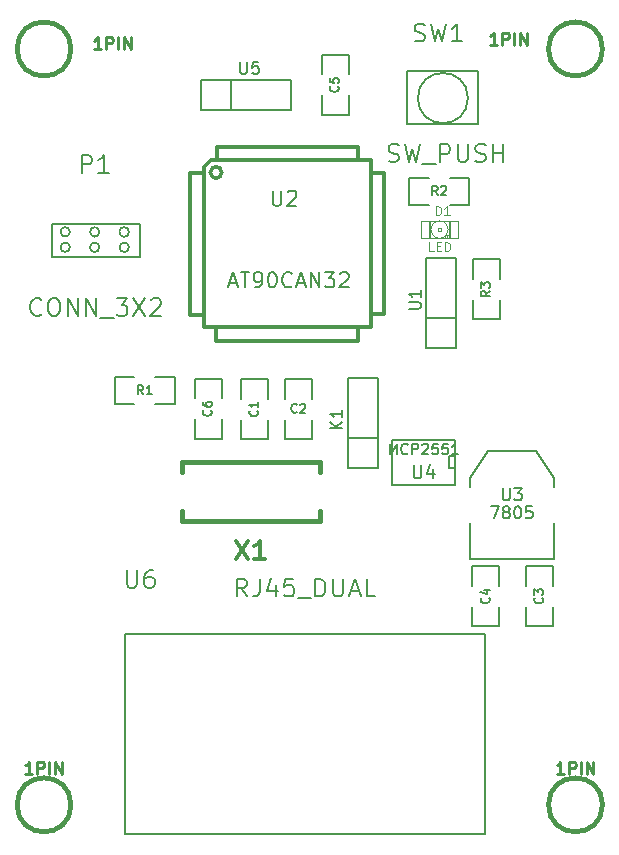
<source format=gto>
G04 (created by PCBNEW (2013-may-18)-stable) date Mon 25 May 2015 09:55:45 PM CEST*
%MOIN*%
G04 Gerber Fmt 3.4, Leading zero omitted, Abs format*
%FSLAX34Y34*%
G01*
G70*
G90*
G04 APERTURE LIST*
%ADD10C,0.00590551*%
%ADD11C,0.012*%
%ADD12C,0.005*%
%ADD13C,0.006*%
%ADD14C,0.0026*%
%ADD15C,0.004*%
%ADD16C,0.015*%
%ADD17C,0.008*%
%ADD18C,0.0035*%
%ADD19C,0.01*%
G04 APERTURE END LIST*
G54D10*
G54D11*
X62806Y-35438D02*
X62804Y-40768D01*
X68366Y-35208D02*
X63032Y-35208D01*
X62806Y-35438D02*
X63036Y-35208D01*
X62806Y-40350D02*
X62354Y-40350D01*
X62354Y-40350D02*
X62354Y-35618D01*
X62354Y-35618D02*
X62806Y-35618D01*
X67948Y-40768D02*
X67948Y-41220D01*
X67948Y-41220D02*
X63228Y-41220D01*
X63228Y-41220D02*
X63228Y-40768D01*
X68366Y-35634D02*
X68818Y-35634D01*
X68818Y-35634D02*
X68818Y-40342D01*
X68818Y-40342D02*
X68366Y-40342D01*
X63232Y-35208D02*
X63232Y-34756D01*
X63232Y-34756D02*
X67944Y-34756D01*
X67944Y-34756D02*
X67944Y-35208D01*
X63403Y-35612D02*
G75*
G03X63403Y-35612I-188J0D01*
G74*
G01*
X68366Y-35208D02*
X68366Y-40768D01*
X62806Y-40768D02*
X68366Y-40768D01*
G54D12*
X71191Y-44571D02*
X71191Y-44521D01*
X71191Y-44521D02*
X69091Y-44521D01*
X69091Y-46021D02*
X71191Y-46021D01*
X71191Y-46021D02*
X71191Y-44571D01*
X71191Y-45471D02*
X70991Y-45471D01*
X70991Y-45471D02*
X70991Y-45071D01*
X70991Y-45071D02*
X71191Y-45071D01*
X69091Y-46021D02*
X69091Y-44521D01*
X72674Y-38511D02*
X71774Y-38511D01*
X71774Y-38511D02*
X71774Y-39161D01*
X72674Y-39861D02*
X72674Y-40511D01*
X72674Y-40511D02*
X71774Y-40511D01*
X71774Y-40511D02*
X71774Y-39861D01*
X72674Y-39161D02*
X72674Y-38511D01*
X69649Y-35790D02*
X69649Y-36690D01*
X69649Y-36690D02*
X70299Y-36690D01*
X70999Y-35790D02*
X71649Y-35790D01*
X71649Y-35790D02*
X71649Y-36690D01*
X71649Y-36690D02*
X70999Y-36690D01*
X70299Y-35790D02*
X69649Y-35790D01*
X61842Y-43335D02*
X61842Y-42435D01*
X61842Y-42435D02*
X61192Y-42435D01*
X60492Y-43335D02*
X59842Y-43335D01*
X59842Y-43335D02*
X59842Y-42435D01*
X59842Y-42435D02*
X60492Y-42435D01*
X61192Y-43335D02*
X61842Y-43335D01*
X64950Y-42500D02*
X64050Y-42500D01*
X64050Y-42500D02*
X64050Y-43150D01*
X64950Y-43850D02*
X64950Y-44500D01*
X64950Y-44500D02*
X64050Y-44500D01*
X64050Y-44500D02*
X64050Y-43850D01*
X64950Y-43150D02*
X64950Y-42500D01*
X65506Y-44500D02*
X66406Y-44500D01*
X66406Y-44500D02*
X66406Y-43850D01*
X65506Y-43150D02*
X65506Y-42500D01*
X65506Y-42500D02*
X66406Y-42500D01*
X66406Y-42500D02*
X66406Y-43150D01*
X65506Y-43850D02*
X65506Y-44500D01*
X74446Y-48740D02*
X73546Y-48740D01*
X73546Y-48740D02*
X73546Y-49390D01*
X74446Y-50090D02*
X74446Y-50740D01*
X74446Y-50740D02*
X73546Y-50740D01*
X73546Y-50740D02*
X73546Y-50090D01*
X74446Y-49390D02*
X74446Y-48740D01*
X72658Y-48740D02*
X71758Y-48740D01*
X71758Y-48740D02*
X71758Y-49390D01*
X72658Y-50090D02*
X72658Y-50740D01*
X72658Y-50740D02*
X71758Y-50740D01*
X71758Y-50740D02*
X71758Y-50090D01*
X72658Y-49390D02*
X72658Y-48740D01*
G54D13*
X71224Y-41460D02*
X70224Y-41460D01*
X70224Y-41460D02*
X70224Y-38460D01*
X70224Y-38460D02*
X71224Y-38460D01*
X71224Y-38460D02*
X71224Y-41460D01*
X70224Y-40460D02*
X71224Y-40460D01*
G54D14*
X70626Y-37554D02*
X70704Y-37554D01*
X70704Y-37554D02*
X70704Y-37476D01*
X70626Y-37476D02*
X70704Y-37476D01*
X70626Y-37554D02*
X70626Y-37476D01*
X70842Y-37790D02*
X70979Y-37790D01*
X70979Y-37790D02*
X70979Y-37692D01*
X70842Y-37692D02*
X70979Y-37692D01*
X70842Y-37790D02*
X70842Y-37692D01*
X70979Y-37790D02*
X71019Y-37790D01*
X71019Y-37790D02*
X71019Y-37319D01*
X70979Y-37319D02*
X71019Y-37319D01*
X70979Y-37790D02*
X70979Y-37319D01*
X70979Y-37299D02*
X71019Y-37299D01*
X71019Y-37299D02*
X71019Y-37240D01*
X70979Y-37240D02*
X71019Y-37240D01*
X70979Y-37299D02*
X70979Y-37240D01*
X70311Y-37790D02*
X70351Y-37790D01*
X70351Y-37790D02*
X70351Y-37319D01*
X70311Y-37319D02*
X70351Y-37319D01*
X70311Y-37790D02*
X70311Y-37319D01*
X70311Y-37299D02*
X70351Y-37299D01*
X70351Y-37299D02*
X70351Y-37240D01*
X70311Y-37240D02*
X70351Y-37240D01*
X70311Y-37299D02*
X70311Y-37240D01*
X70842Y-37790D02*
X70901Y-37790D01*
X70901Y-37790D02*
X70901Y-37692D01*
X70842Y-37692D02*
X70901Y-37692D01*
X70842Y-37790D02*
X70842Y-37692D01*
G54D15*
X71275Y-37810D02*
X70055Y-37810D01*
X70055Y-37810D02*
X70055Y-37220D01*
X70055Y-37220D02*
X71275Y-37220D01*
X71275Y-37220D02*
X71275Y-37810D01*
X70449Y-37712D02*
G75*
G03X70881Y-37711I215J196D01*
G74*
G01*
X70449Y-37319D02*
G75*
G03X70449Y-37711I215J-196D01*
G74*
G01*
X70880Y-37319D02*
G75*
G03X70449Y-37319I-215J-196D01*
G74*
G01*
X70881Y-37712D02*
G75*
G03X70881Y-37319I-215J196D01*
G74*
G01*
G54D16*
X76096Y-31496D02*
G75*
G03X76096Y-31496I-900J0D01*
G74*
G01*
X58380Y-31496D02*
G75*
G03X58380Y-31496I-900J0D01*
G74*
G01*
X58380Y-56692D02*
G75*
G03X58380Y-56692I-900J0D01*
G74*
G01*
X76096Y-56692D02*
G75*
G03X76096Y-56692I-900J0D01*
G74*
G01*
G54D13*
X62716Y-33515D02*
X62716Y-32515D01*
X62716Y-32515D02*
X65716Y-32515D01*
X65716Y-32515D02*
X65716Y-33515D01*
X65716Y-33515D02*
X62716Y-33515D01*
X63716Y-32515D02*
X63716Y-33515D01*
X68614Y-45448D02*
X67614Y-45448D01*
X67614Y-45448D02*
X67614Y-42448D01*
X67614Y-42448D02*
X68614Y-42448D01*
X68614Y-42448D02*
X68614Y-45448D01*
X67614Y-44448D02*
X68614Y-44448D01*
G54D16*
X66684Y-45275D02*
X62078Y-45275D01*
X62078Y-47243D02*
X66684Y-47243D01*
X62078Y-45275D02*
X62078Y-45609D01*
X62078Y-47243D02*
X62078Y-46909D01*
X66684Y-45275D02*
X66684Y-45609D01*
X66684Y-47243D02*
X66684Y-46909D01*
G54D17*
X71678Y-47281D02*
X71678Y-48481D01*
X71678Y-48481D02*
X74478Y-48481D01*
X74478Y-48481D02*
X74478Y-47281D01*
X71678Y-46081D02*
X71678Y-45781D01*
X71678Y-45781D02*
X72278Y-44881D01*
X72278Y-44881D02*
X73878Y-44881D01*
X73878Y-44881D02*
X74478Y-45781D01*
X74478Y-45781D02*
X74478Y-46081D01*
G54D10*
X71956Y-33133D02*
X71956Y-34000D01*
X71956Y-34000D02*
X69594Y-34000D01*
X69594Y-34000D02*
X69594Y-32228D01*
X69594Y-32228D02*
X71956Y-32228D01*
X71956Y-32228D02*
X71956Y-33133D01*
X71610Y-33133D02*
G75*
G03X71610Y-33133I-835J0D01*
G74*
G01*
X60315Y-37594D02*
G75*
G03X60315Y-37594I-162J0D01*
G74*
G01*
X59326Y-37594D02*
G75*
G03X59326Y-37594I-157J0D01*
G74*
G01*
X58342Y-37594D02*
G75*
G03X58342Y-37594I-157J0D01*
G74*
G01*
X58342Y-38106D02*
G75*
G03X58342Y-38106I-157J0D01*
G74*
G01*
X59326Y-38106D02*
G75*
G03X59326Y-38106I-157J0D01*
G74*
G01*
X60311Y-38106D02*
G75*
G03X60311Y-38106I-157J0D01*
G74*
G01*
X60665Y-38421D02*
X57751Y-38421D01*
X57751Y-38421D02*
X57751Y-37318D01*
X57751Y-37318D02*
X60665Y-37318D01*
X60665Y-37318D02*
X60665Y-38421D01*
G54D12*
X66738Y-33688D02*
X67638Y-33688D01*
X67638Y-33688D02*
X67638Y-33038D01*
X66738Y-32338D02*
X66738Y-31688D01*
X66738Y-31688D02*
X67638Y-31688D01*
X67638Y-31688D02*
X67638Y-32338D01*
X66738Y-33038D02*
X66738Y-33688D01*
X62506Y-44484D02*
X63406Y-44484D01*
X63406Y-44484D02*
X63406Y-43834D01*
X62506Y-43134D02*
X62506Y-42484D01*
X62506Y-42484D02*
X63406Y-42484D01*
X63406Y-42484D02*
X63406Y-43134D01*
X62506Y-43834D02*
X62506Y-44484D01*
G54D10*
X72173Y-57255D02*
X72173Y-57655D01*
X60173Y-57255D02*
X60173Y-57655D01*
X60173Y-57655D02*
X72173Y-57655D01*
X72173Y-51005D02*
X72173Y-57255D01*
X60173Y-57255D02*
X60173Y-51005D01*
X60173Y-51005D02*
X72173Y-51005D01*
G54D17*
X65105Y-36218D02*
X65105Y-36623D01*
X65129Y-36670D01*
X65153Y-36694D01*
X65200Y-36718D01*
X65296Y-36718D01*
X65343Y-36694D01*
X65367Y-36670D01*
X65391Y-36623D01*
X65391Y-36218D01*
X65605Y-36266D02*
X65629Y-36242D01*
X65677Y-36218D01*
X65796Y-36218D01*
X65843Y-36242D01*
X65867Y-36266D01*
X65891Y-36313D01*
X65891Y-36361D01*
X65867Y-36432D01*
X65581Y-36718D01*
X65891Y-36718D01*
X63658Y-39295D02*
X63896Y-39295D01*
X63610Y-39438D02*
X63777Y-38938D01*
X63944Y-39438D01*
X64039Y-38938D02*
X64325Y-38938D01*
X64182Y-39438D02*
X64182Y-38938D01*
X64515Y-39438D02*
X64610Y-39438D01*
X64658Y-39414D01*
X64682Y-39390D01*
X64730Y-39319D01*
X64753Y-39224D01*
X64753Y-39033D01*
X64730Y-38986D01*
X64706Y-38962D01*
X64658Y-38938D01*
X64563Y-38938D01*
X64515Y-38962D01*
X64491Y-38986D01*
X64468Y-39033D01*
X64468Y-39152D01*
X64491Y-39200D01*
X64515Y-39224D01*
X64563Y-39248D01*
X64658Y-39248D01*
X64706Y-39224D01*
X64730Y-39200D01*
X64753Y-39152D01*
X65063Y-38938D02*
X65110Y-38938D01*
X65158Y-38962D01*
X65182Y-38986D01*
X65206Y-39033D01*
X65230Y-39129D01*
X65230Y-39248D01*
X65206Y-39343D01*
X65182Y-39390D01*
X65158Y-39414D01*
X65110Y-39438D01*
X65063Y-39438D01*
X65015Y-39414D01*
X64991Y-39390D01*
X64968Y-39343D01*
X64944Y-39248D01*
X64944Y-39129D01*
X64968Y-39033D01*
X64991Y-38986D01*
X65015Y-38962D01*
X65063Y-38938D01*
X65730Y-39390D02*
X65706Y-39414D01*
X65634Y-39438D01*
X65587Y-39438D01*
X65515Y-39414D01*
X65468Y-39367D01*
X65444Y-39319D01*
X65420Y-39224D01*
X65420Y-39152D01*
X65444Y-39057D01*
X65468Y-39009D01*
X65515Y-38962D01*
X65587Y-38938D01*
X65634Y-38938D01*
X65706Y-38962D01*
X65730Y-38986D01*
X65920Y-39295D02*
X66158Y-39295D01*
X65872Y-39438D02*
X66039Y-38938D01*
X66206Y-39438D01*
X66372Y-39438D02*
X66372Y-38938D01*
X66658Y-39438D01*
X66658Y-38938D01*
X66849Y-38938D02*
X67158Y-38938D01*
X66991Y-39129D01*
X67063Y-39129D01*
X67110Y-39152D01*
X67134Y-39176D01*
X67158Y-39224D01*
X67158Y-39343D01*
X67134Y-39390D01*
X67110Y-39414D01*
X67063Y-39438D01*
X66920Y-39438D01*
X66872Y-39414D01*
X66849Y-39390D01*
X67349Y-38986D02*
X67372Y-38962D01*
X67420Y-38938D01*
X67539Y-38938D01*
X67587Y-38962D01*
X67610Y-38986D01*
X67634Y-39033D01*
X67634Y-39081D01*
X67610Y-39152D01*
X67325Y-39438D01*
X67634Y-39438D01*
G54D13*
X69798Y-45353D02*
X69798Y-45718D01*
X69820Y-45760D01*
X69841Y-45782D01*
X69884Y-45803D01*
X69970Y-45803D01*
X70013Y-45782D01*
X70034Y-45760D01*
X70056Y-45718D01*
X70056Y-45353D01*
X70463Y-45503D02*
X70463Y-45803D01*
X70356Y-45332D02*
X70248Y-45653D01*
X70527Y-45653D01*
X69008Y-45013D02*
X69008Y-44663D01*
X69125Y-44913D01*
X69241Y-44663D01*
X69241Y-45013D01*
X69608Y-44979D02*
X69591Y-44996D01*
X69541Y-45013D01*
X69508Y-45013D01*
X69458Y-44996D01*
X69425Y-44963D01*
X69408Y-44929D01*
X69391Y-44863D01*
X69391Y-44813D01*
X69408Y-44746D01*
X69425Y-44713D01*
X69458Y-44679D01*
X69508Y-44663D01*
X69541Y-44663D01*
X69591Y-44679D01*
X69608Y-44696D01*
X69758Y-45013D02*
X69758Y-44663D01*
X69891Y-44663D01*
X69925Y-44679D01*
X69941Y-44696D01*
X69958Y-44729D01*
X69958Y-44779D01*
X69941Y-44813D01*
X69925Y-44829D01*
X69891Y-44846D01*
X69758Y-44846D01*
X70091Y-44696D02*
X70108Y-44679D01*
X70141Y-44663D01*
X70225Y-44663D01*
X70258Y-44679D01*
X70275Y-44696D01*
X70291Y-44729D01*
X70291Y-44763D01*
X70275Y-44813D01*
X70075Y-45013D01*
X70291Y-45013D01*
X70608Y-44663D02*
X70441Y-44663D01*
X70425Y-44829D01*
X70441Y-44813D01*
X70475Y-44796D01*
X70558Y-44796D01*
X70591Y-44813D01*
X70608Y-44829D01*
X70625Y-44863D01*
X70625Y-44946D01*
X70608Y-44979D01*
X70591Y-44996D01*
X70558Y-45013D01*
X70475Y-45013D01*
X70441Y-44996D01*
X70425Y-44979D01*
X70941Y-44663D02*
X70775Y-44663D01*
X70758Y-44829D01*
X70775Y-44813D01*
X70808Y-44796D01*
X70891Y-44796D01*
X70925Y-44813D01*
X70941Y-44829D01*
X70958Y-44863D01*
X70958Y-44946D01*
X70941Y-44979D01*
X70925Y-44996D01*
X70891Y-45013D01*
X70808Y-45013D01*
X70775Y-44996D01*
X70758Y-44979D01*
X71291Y-45013D02*
X71091Y-45013D01*
X71191Y-45013D02*
X71191Y-44663D01*
X71158Y-44713D01*
X71125Y-44746D01*
X71091Y-44763D01*
G54D12*
X72345Y-39561D02*
X72202Y-39661D01*
X72345Y-39733D02*
X72045Y-39733D01*
X72045Y-39618D01*
X72060Y-39590D01*
X72074Y-39576D01*
X72102Y-39561D01*
X72145Y-39561D01*
X72174Y-39576D01*
X72188Y-39590D01*
X72202Y-39618D01*
X72202Y-39733D01*
X72045Y-39461D02*
X72045Y-39276D01*
X72160Y-39376D01*
X72160Y-39333D01*
X72174Y-39304D01*
X72188Y-39290D01*
X72217Y-39276D01*
X72288Y-39276D01*
X72317Y-39290D01*
X72331Y-39304D01*
X72345Y-39333D01*
X72345Y-39418D01*
X72331Y-39447D01*
X72317Y-39461D01*
X70599Y-36361D02*
X70499Y-36218D01*
X70428Y-36361D02*
X70428Y-36061D01*
X70542Y-36061D01*
X70571Y-36075D01*
X70585Y-36090D01*
X70599Y-36118D01*
X70599Y-36161D01*
X70585Y-36190D01*
X70571Y-36204D01*
X70542Y-36218D01*
X70428Y-36218D01*
X70713Y-36090D02*
X70728Y-36075D01*
X70756Y-36061D01*
X70828Y-36061D01*
X70856Y-36075D01*
X70871Y-36090D01*
X70885Y-36118D01*
X70885Y-36147D01*
X70871Y-36190D01*
X70699Y-36361D01*
X70885Y-36361D01*
X60792Y-43007D02*
X60692Y-42864D01*
X60621Y-43007D02*
X60621Y-42707D01*
X60735Y-42707D01*
X60763Y-42721D01*
X60778Y-42735D01*
X60792Y-42764D01*
X60792Y-42807D01*
X60778Y-42835D01*
X60763Y-42850D01*
X60735Y-42864D01*
X60621Y-42864D01*
X61078Y-43007D02*
X60906Y-43007D01*
X60992Y-43007D02*
X60992Y-42707D01*
X60963Y-42750D01*
X60935Y-42778D01*
X60906Y-42792D01*
X64592Y-43550D02*
X64607Y-43564D01*
X64621Y-43607D01*
X64621Y-43635D01*
X64607Y-43678D01*
X64578Y-43707D01*
X64550Y-43721D01*
X64492Y-43735D01*
X64450Y-43735D01*
X64392Y-43721D01*
X64364Y-43707D01*
X64335Y-43678D01*
X64321Y-43635D01*
X64321Y-43607D01*
X64335Y-43564D01*
X64350Y-43550D01*
X64621Y-43264D02*
X64621Y-43435D01*
X64621Y-43350D02*
X64321Y-43350D01*
X64364Y-43378D01*
X64392Y-43407D01*
X64407Y-43435D01*
X65906Y-43592D02*
X65892Y-43607D01*
X65849Y-43621D01*
X65820Y-43621D01*
X65778Y-43607D01*
X65749Y-43578D01*
X65735Y-43550D01*
X65720Y-43492D01*
X65720Y-43450D01*
X65735Y-43392D01*
X65749Y-43364D01*
X65778Y-43335D01*
X65820Y-43321D01*
X65849Y-43321D01*
X65892Y-43335D01*
X65906Y-43350D01*
X66020Y-43350D02*
X66035Y-43335D01*
X66063Y-43321D01*
X66135Y-43321D01*
X66163Y-43335D01*
X66178Y-43350D01*
X66192Y-43378D01*
X66192Y-43407D01*
X66178Y-43450D01*
X66006Y-43621D01*
X66192Y-43621D01*
X74088Y-49790D02*
X74103Y-49804D01*
X74117Y-49847D01*
X74117Y-49875D01*
X74103Y-49918D01*
X74074Y-49947D01*
X74046Y-49961D01*
X73988Y-49975D01*
X73946Y-49975D01*
X73888Y-49961D01*
X73860Y-49947D01*
X73831Y-49918D01*
X73817Y-49875D01*
X73817Y-49847D01*
X73831Y-49804D01*
X73846Y-49790D01*
X73817Y-49690D02*
X73817Y-49504D01*
X73931Y-49604D01*
X73931Y-49561D01*
X73946Y-49533D01*
X73960Y-49518D01*
X73988Y-49504D01*
X74060Y-49504D01*
X74088Y-49518D01*
X74103Y-49533D01*
X74117Y-49561D01*
X74117Y-49647D01*
X74103Y-49675D01*
X74088Y-49690D01*
X72301Y-49790D02*
X72315Y-49804D01*
X72330Y-49847D01*
X72330Y-49875D01*
X72315Y-49918D01*
X72287Y-49947D01*
X72258Y-49961D01*
X72201Y-49975D01*
X72158Y-49975D01*
X72101Y-49961D01*
X72072Y-49947D01*
X72044Y-49918D01*
X72030Y-49875D01*
X72030Y-49847D01*
X72044Y-49804D01*
X72058Y-49790D01*
X72130Y-49533D02*
X72330Y-49533D01*
X72015Y-49604D02*
X72230Y-49675D01*
X72230Y-49490D01*
G54D13*
X69636Y-40165D02*
X69960Y-40165D01*
X69998Y-40146D01*
X70017Y-40127D01*
X70036Y-40089D01*
X70036Y-40013D01*
X70017Y-39974D01*
X69998Y-39955D01*
X69960Y-39936D01*
X69636Y-39936D01*
X70036Y-39536D02*
X70036Y-39765D01*
X70036Y-39651D02*
X69636Y-39651D01*
X69693Y-39689D01*
X69731Y-39727D01*
X69750Y-39765D01*
G54D18*
X70543Y-37037D02*
X70543Y-36737D01*
X70615Y-36737D01*
X70658Y-36751D01*
X70686Y-36780D01*
X70701Y-36808D01*
X70715Y-36865D01*
X70715Y-36908D01*
X70701Y-36965D01*
X70686Y-36994D01*
X70658Y-37022D01*
X70615Y-37037D01*
X70543Y-37037D01*
X71001Y-37037D02*
X70829Y-37037D01*
X70915Y-37037D02*
X70915Y-36737D01*
X70886Y-36780D01*
X70858Y-36808D01*
X70829Y-36822D01*
X70472Y-38237D02*
X70329Y-38237D01*
X70329Y-37937D01*
X70572Y-38080D02*
X70672Y-38080D01*
X70715Y-38237D02*
X70572Y-38237D01*
X70572Y-37937D01*
X70715Y-37937D01*
X70843Y-38237D02*
X70843Y-37937D01*
X70915Y-37937D01*
X70958Y-37951D01*
X70986Y-37980D01*
X71001Y-38008D01*
X71015Y-38065D01*
X71015Y-38108D01*
X71001Y-38165D01*
X70986Y-38194D01*
X70958Y-38222D01*
X70915Y-38237D01*
X70843Y-38237D01*
G54D19*
X72585Y-31350D02*
X72357Y-31350D01*
X72471Y-31350D02*
X72471Y-30950D01*
X72433Y-31008D01*
X72395Y-31046D01*
X72357Y-31065D01*
X72757Y-31350D02*
X72757Y-30950D01*
X72909Y-30950D01*
X72947Y-30969D01*
X72966Y-30988D01*
X72985Y-31027D01*
X72985Y-31084D01*
X72966Y-31122D01*
X72947Y-31141D01*
X72909Y-31160D01*
X72757Y-31160D01*
X73157Y-31350D02*
X73157Y-30950D01*
X73347Y-31350D02*
X73347Y-30950D01*
X73576Y-31350D01*
X73576Y-30950D01*
X59381Y-31500D02*
X59152Y-31500D01*
X59266Y-31500D02*
X59266Y-31100D01*
X59228Y-31157D01*
X59190Y-31195D01*
X59152Y-31214D01*
X59552Y-31500D02*
X59552Y-31100D01*
X59704Y-31100D01*
X59743Y-31119D01*
X59762Y-31138D01*
X59781Y-31176D01*
X59781Y-31233D01*
X59762Y-31271D01*
X59743Y-31290D01*
X59704Y-31310D01*
X59552Y-31310D01*
X59952Y-31500D02*
X59952Y-31100D01*
X60143Y-31500D02*
X60143Y-31100D01*
X60371Y-31500D01*
X60371Y-31100D01*
X57089Y-55654D02*
X56861Y-55654D01*
X56975Y-55654D02*
X56975Y-55254D01*
X56937Y-55311D01*
X56899Y-55350D01*
X56861Y-55369D01*
X57261Y-55654D02*
X57261Y-55254D01*
X57413Y-55254D01*
X57451Y-55273D01*
X57470Y-55292D01*
X57489Y-55331D01*
X57489Y-55388D01*
X57470Y-55426D01*
X57451Y-55445D01*
X57413Y-55464D01*
X57261Y-55464D01*
X57661Y-55654D02*
X57661Y-55254D01*
X57851Y-55654D02*
X57851Y-55254D01*
X58080Y-55654D01*
X58080Y-55254D01*
X74806Y-55654D02*
X74577Y-55654D01*
X74692Y-55654D02*
X74692Y-55254D01*
X74653Y-55311D01*
X74615Y-55350D01*
X74577Y-55369D01*
X74977Y-55654D02*
X74977Y-55254D01*
X75130Y-55254D01*
X75168Y-55273D01*
X75187Y-55292D01*
X75206Y-55331D01*
X75206Y-55388D01*
X75187Y-55426D01*
X75168Y-55445D01*
X75130Y-55464D01*
X74977Y-55464D01*
X75377Y-55654D02*
X75377Y-55254D01*
X75568Y-55654D02*
X75568Y-55254D01*
X75796Y-55654D01*
X75796Y-55254D01*
G54D13*
X64011Y-31927D02*
X64011Y-32251D01*
X64030Y-32289D01*
X64049Y-32308D01*
X64087Y-32327D01*
X64164Y-32327D01*
X64202Y-32308D01*
X64221Y-32289D01*
X64240Y-32251D01*
X64240Y-31927D01*
X64621Y-31927D02*
X64430Y-31927D01*
X64411Y-32118D01*
X64430Y-32099D01*
X64468Y-32080D01*
X64564Y-32080D01*
X64602Y-32099D01*
X64621Y-32118D01*
X64640Y-32156D01*
X64640Y-32251D01*
X64621Y-32289D01*
X64602Y-32308D01*
X64564Y-32327D01*
X64468Y-32327D01*
X64430Y-32308D01*
X64411Y-32289D01*
X67426Y-44144D02*
X67026Y-44144D01*
X67426Y-43915D02*
X67197Y-44086D01*
X67026Y-43915D02*
X67254Y-44144D01*
X67426Y-43534D02*
X67426Y-43763D01*
X67426Y-43648D02*
X67026Y-43648D01*
X67083Y-43686D01*
X67121Y-43725D01*
X67140Y-43763D01*
G54D11*
X63896Y-47902D02*
X64296Y-48502D01*
X64296Y-47902D02*
X63896Y-48502D01*
X64839Y-48502D02*
X64496Y-48502D01*
X64667Y-48502D02*
X64667Y-47902D01*
X64610Y-47988D01*
X64553Y-48045D01*
X64496Y-48074D01*
G54D17*
X72773Y-46143D02*
X72773Y-46466D01*
X72793Y-46504D01*
X72812Y-46523D01*
X72850Y-46543D01*
X72926Y-46543D01*
X72964Y-46523D01*
X72983Y-46504D01*
X73002Y-46466D01*
X73002Y-46143D01*
X73154Y-46143D02*
X73402Y-46143D01*
X73269Y-46295D01*
X73326Y-46295D01*
X73364Y-46314D01*
X73383Y-46333D01*
X73402Y-46371D01*
X73402Y-46466D01*
X73383Y-46504D01*
X73364Y-46523D01*
X73326Y-46543D01*
X73212Y-46543D01*
X73173Y-46523D01*
X73154Y-46504D01*
X72373Y-46743D02*
X72640Y-46743D01*
X72469Y-47143D01*
X72850Y-46914D02*
X72812Y-46895D01*
X72793Y-46876D01*
X72773Y-46838D01*
X72773Y-46819D01*
X72793Y-46781D01*
X72812Y-46762D01*
X72850Y-46743D01*
X72926Y-46743D01*
X72964Y-46762D01*
X72983Y-46781D01*
X73002Y-46819D01*
X73002Y-46838D01*
X72983Y-46876D01*
X72964Y-46895D01*
X72926Y-46914D01*
X72850Y-46914D01*
X72812Y-46933D01*
X72793Y-46952D01*
X72773Y-46990D01*
X72773Y-47066D01*
X72793Y-47104D01*
X72812Y-47123D01*
X72850Y-47143D01*
X72926Y-47143D01*
X72964Y-47123D01*
X72983Y-47104D01*
X73002Y-47066D01*
X73002Y-46990D01*
X72983Y-46952D01*
X72964Y-46933D01*
X72926Y-46914D01*
X73250Y-46743D02*
X73288Y-46743D01*
X73326Y-46762D01*
X73345Y-46781D01*
X73364Y-46819D01*
X73383Y-46895D01*
X73383Y-46990D01*
X73364Y-47066D01*
X73345Y-47104D01*
X73326Y-47123D01*
X73288Y-47143D01*
X73250Y-47143D01*
X73212Y-47123D01*
X73193Y-47104D01*
X73173Y-47066D01*
X73154Y-46990D01*
X73154Y-46895D01*
X73173Y-46819D01*
X73193Y-46781D01*
X73212Y-46762D01*
X73250Y-46743D01*
X73745Y-46743D02*
X73554Y-46743D01*
X73535Y-46933D01*
X73554Y-46914D01*
X73593Y-46895D01*
X73688Y-46895D01*
X73726Y-46914D01*
X73745Y-46933D01*
X73764Y-46971D01*
X73764Y-47066D01*
X73745Y-47104D01*
X73726Y-47123D01*
X73688Y-47143D01*
X73593Y-47143D01*
X73554Y-47123D01*
X73535Y-47104D01*
G54D10*
X69830Y-31218D02*
X69915Y-31246D01*
X70055Y-31246D01*
X70111Y-31218D01*
X70140Y-31190D01*
X70168Y-31134D01*
X70168Y-31078D01*
X70140Y-31021D01*
X70111Y-30993D01*
X70055Y-30965D01*
X69943Y-30937D01*
X69886Y-30909D01*
X69858Y-30881D01*
X69830Y-30825D01*
X69830Y-30768D01*
X69858Y-30712D01*
X69886Y-30684D01*
X69943Y-30656D01*
X70083Y-30656D01*
X70168Y-30684D01*
X70365Y-30656D02*
X70505Y-31246D01*
X70618Y-30825D01*
X70730Y-31246D01*
X70871Y-30656D01*
X71405Y-31246D02*
X71068Y-31246D01*
X71236Y-31246D02*
X71236Y-30656D01*
X71180Y-30740D01*
X71124Y-30796D01*
X71068Y-30825D01*
X68967Y-35234D02*
X69051Y-35262D01*
X69192Y-35262D01*
X69248Y-35234D01*
X69276Y-35206D01*
X69304Y-35150D01*
X69304Y-35093D01*
X69276Y-35037D01*
X69248Y-35009D01*
X69192Y-34981D01*
X69079Y-34953D01*
X69023Y-34925D01*
X68995Y-34897D01*
X68967Y-34840D01*
X68967Y-34784D01*
X68995Y-34728D01*
X69023Y-34700D01*
X69079Y-34672D01*
X69220Y-34672D01*
X69304Y-34700D01*
X69501Y-34672D02*
X69642Y-35262D01*
X69754Y-34840D01*
X69867Y-35262D01*
X70007Y-34672D01*
X70092Y-35318D02*
X70542Y-35318D01*
X70682Y-35262D02*
X70682Y-34672D01*
X70907Y-34672D01*
X70964Y-34700D01*
X70992Y-34728D01*
X71020Y-34784D01*
X71020Y-34868D01*
X70992Y-34925D01*
X70964Y-34953D01*
X70907Y-34981D01*
X70682Y-34981D01*
X71273Y-34672D02*
X71273Y-35150D01*
X71301Y-35206D01*
X71329Y-35234D01*
X71385Y-35262D01*
X71498Y-35262D01*
X71554Y-35234D01*
X71582Y-35206D01*
X71610Y-35150D01*
X71610Y-34672D01*
X71863Y-35234D02*
X71948Y-35262D01*
X72088Y-35262D01*
X72145Y-35234D01*
X72173Y-35206D01*
X72201Y-35150D01*
X72201Y-35093D01*
X72173Y-35037D01*
X72145Y-35009D01*
X72088Y-34981D01*
X71976Y-34953D01*
X71920Y-34925D01*
X71892Y-34897D01*
X71863Y-34840D01*
X71863Y-34784D01*
X71892Y-34728D01*
X71920Y-34700D01*
X71976Y-34672D01*
X72116Y-34672D01*
X72201Y-34700D01*
X72454Y-35262D02*
X72454Y-34672D01*
X72454Y-34953D02*
X72791Y-34953D01*
X72791Y-35262D02*
X72791Y-34672D01*
X58733Y-35628D02*
X58733Y-35038D01*
X58958Y-35038D01*
X59014Y-35066D01*
X59042Y-35094D01*
X59070Y-35150D01*
X59070Y-35235D01*
X59042Y-35291D01*
X59014Y-35319D01*
X58958Y-35347D01*
X58733Y-35347D01*
X59633Y-35628D02*
X59295Y-35628D01*
X59464Y-35628D02*
X59464Y-35038D01*
X59408Y-35122D01*
X59352Y-35178D01*
X59295Y-35206D01*
X57394Y-40336D02*
X57366Y-40364D01*
X57282Y-40392D01*
X57226Y-40392D01*
X57141Y-40364D01*
X57085Y-40308D01*
X57057Y-40251D01*
X57029Y-40139D01*
X57029Y-40055D01*
X57057Y-39942D01*
X57085Y-39886D01*
X57141Y-39830D01*
X57226Y-39802D01*
X57282Y-39802D01*
X57366Y-39830D01*
X57394Y-39858D01*
X57760Y-39802D02*
X57872Y-39802D01*
X57929Y-39830D01*
X57985Y-39886D01*
X58013Y-39998D01*
X58013Y-40195D01*
X57985Y-40308D01*
X57929Y-40364D01*
X57872Y-40392D01*
X57760Y-40392D01*
X57704Y-40364D01*
X57647Y-40308D01*
X57619Y-40195D01*
X57619Y-39998D01*
X57647Y-39886D01*
X57704Y-39830D01*
X57760Y-39802D01*
X58266Y-40392D02*
X58266Y-39802D01*
X58604Y-40392D01*
X58604Y-39802D01*
X58885Y-40392D02*
X58885Y-39802D01*
X59222Y-40392D01*
X59222Y-39802D01*
X59363Y-40448D02*
X59813Y-40448D01*
X59897Y-39802D02*
X60263Y-39802D01*
X60066Y-40026D01*
X60150Y-40026D01*
X60206Y-40055D01*
X60235Y-40083D01*
X60263Y-40139D01*
X60263Y-40280D01*
X60235Y-40336D01*
X60206Y-40364D01*
X60150Y-40392D01*
X59982Y-40392D01*
X59925Y-40364D01*
X59897Y-40336D01*
X60460Y-39802D02*
X60853Y-40392D01*
X60853Y-39802D02*
X60460Y-40392D01*
X61050Y-39858D02*
X61078Y-39830D01*
X61134Y-39802D01*
X61275Y-39802D01*
X61331Y-39830D01*
X61359Y-39858D01*
X61388Y-39914D01*
X61388Y-39970D01*
X61359Y-40055D01*
X61022Y-40392D01*
X61388Y-40392D01*
G54D12*
X67281Y-32738D02*
X67296Y-32753D01*
X67310Y-32796D01*
X67310Y-32824D01*
X67296Y-32867D01*
X67267Y-32896D01*
X67238Y-32910D01*
X67181Y-32924D01*
X67138Y-32924D01*
X67081Y-32910D01*
X67053Y-32896D01*
X67024Y-32867D01*
X67010Y-32824D01*
X67010Y-32796D01*
X67024Y-32753D01*
X67038Y-32738D01*
X67010Y-32467D02*
X67010Y-32610D01*
X67153Y-32624D01*
X67138Y-32610D01*
X67124Y-32581D01*
X67124Y-32510D01*
X67138Y-32481D01*
X67153Y-32467D01*
X67181Y-32453D01*
X67253Y-32453D01*
X67281Y-32467D01*
X67296Y-32481D01*
X67310Y-32510D01*
X67310Y-32581D01*
X67296Y-32610D01*
X67281Y-32624D01*
X63049Y-43534D02*
X63063Y-43548D01*
X63078Y-43591D01*
X63078Y-43619D01*
X63063Y-43662D01*
X63035Y-43691D01*
X63006Y-43705D01*
X62949Y-43719D01*
X62906Y-43719D01*
X62849Y-43705D01*
X62820Y-43691D01*
X62792Y-43662D01*
X62778Y-43619D01*
X62778Y-43591D01*
X62792Y-43548D01*
X62806Y-43534D01*
X62778Y-43277D02*
X62778Y-43334D01*
X62792Y-43362D01*
X62806Y-43377D01*
X62849Y-43405D01*
X62906Y-43419D01*
X63020Y-43419D01*
X63049Y-43405D01*
X63063Y-43391D01*
X63078Y-43362D01*
X63078Y-43305D01*
X63063Y-43277D01*
X63049Y-43262D01*
X63020Y-43248D01*
X62949Y-43248D01*
X62920Y-43262D01*
X62906Y-43277D01*
X62892Y-43305D01*
X62892Y-43362D01*
X62906Y-43391D01*
X62920Y-43405D01*
X62949Y-43419D01*
G54D10*
X60239Y-48865D02*
X60239Y-49343D01*
X60267Y-49399D01*
X60295Y-49427D01*
X60351Y-49455D01*
X60464Y-49455D01*
X60520Y-49427D01*
X60548Y-49399D01*
X60576Y-49343D01*
X60576Y-48865D01*
X61110Y-48865D02*
X60998Y-48865D01*
X60942Y-48893D01*
X60913Y-48921D01*
X60857Y-49005D01*
X60829Y-49118D01*
X60829Y-49343D01*
X60857Y-49399D01*
X60885Y-49427D01*
X60942Y-49455D01*
X61054Y-49455D01*
X61110Y-49427D01*
X61138Y-49399D01*
X61167Y-49343D01*
X61167Y-49202D01*
X61138Y-49146D01*
X61110Y-49118D01*
X61054Y-49089D01*
X60942Y-49089D01*
X60885Y-49118D01*
X60857Y-49146D01*
X60829Y-49202D01*
X64246Y-49744D02*
X64050Y-49463D01*
X63909Y-49744D02*
X63909Y-49154D01*
X64134Y-49154D01*
X64190Y-49182D01*
X64218Y-49210D01*
X64246Y-49266D01*
X64246Y-49351D01*
X64218Y-49407D01*
X64190Y-49435D01*
X64134Y-49463D01*
X63909Y-49463D01*
X64668Y-49154D02*
X64668Y-49576D01*
X64640Y-49660D01*
X64584Y-49716D01*
X64500Y-49744D01*
X64443Y-49744D01*
X65203Y-49351D02*
X65203Y-49744D01*
X65062Y-49126D02*
X64921Y-49548D01*
X65287Y-49548D01*
X65793Y-49154D02*
X65512Y-49154D01*
X65484Y-49435D01*
X65512Y-49407D01*
X65568Y-49379D01*
X65709Y-49379D01*
X65765Y-49407D01*
X65793Y-49435D01*
X65821Y-49491D01*
X65821Y-49632D01*
X65793Y-49688D01*
X65765Y-49716D01*
X65709Y-49744D01*
X65568Y-49744D01*
X65512Y-49716D01*
X65484Y-49688D01*
X65934Y-49801D02*
X66384Y-49801D01*
X66524Y-49744D02*
X66524Y-49154D01*
X66665Y-49154D01*
X66749Y-49182D01*
X66805Y-49238D01*
X66834Y-49294D01*
X66862Y-49407D01*
X66862Y-49491D01*
X66834Y-49604D01*
X66805Y-49660D01*
X66749Y-49716D01*
X66665Y-49744D01*
X66524Y-49744D01*
X67115Y-49154D02*
X67115Y-49632D01*
X67143Y-49688D01*
X67171Y-49716D01*
X67227Y-49744D01*
X67340Y-49744D01*
X67396Y-49716D01*
X67424Y-49688D01*
X67452Y-49632D01*
X67452Y-49154D01*
X67705Y-49576D02*
X67987Y-49576D01*
X67649Y-49744D02*
X67846Y-49154D01*
X68043Y-49744D01*
X68521Y-49744D02*
X68240Y-49744D01*
X68240Y-49154D01*
M02*

</source>
